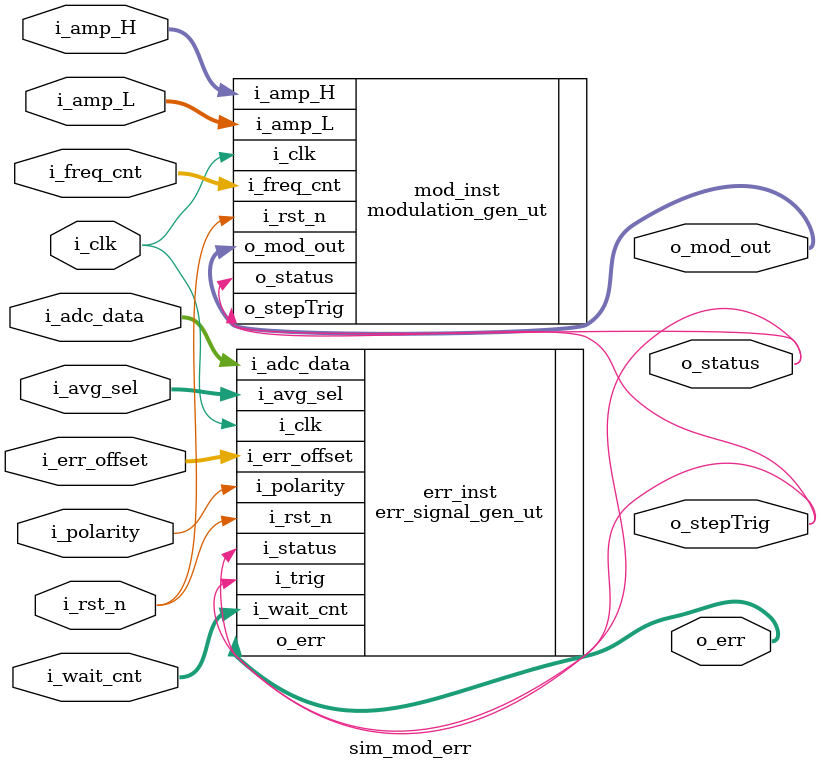
<source format=sv>
module sim_mod_err
#(
    parameter ADC_BIT = 14 // Parameter for ADC bit width
)
(
    // Signals for modulation_gen_ut
    input logic i_clk,
    input logic i_rst_n,
    input logic [31:0] i_freq_cnt,
    input logic signed [31:0] i_amp_H,
    input logic signed [31:0] i_amp_L,
    output logic signed [31:0] o_mod_out,
    output logic o_status,
    output logic o_stepTrig,

    // Signals for err_signal_gen_ut
    input logic i_polarity,
    input logic [31:0] i_wait_cnt,
    input logic signed [31:0] i_err_offset,
    input logic signed [ADC_BIT-1:0] i_adc_data,
    input logic [31:0] i_avg_sel,
    output logic signed [31:0] o_err
);

    // Instantiate modulation_gen_ut
    modulation_gen_ut mod_inst (
        .i_clk(i_clk),
        .i_rst_n(i_rst_n),
        .i_freq_cnt(i_freq_cnt),
        .i_amp_H(i_amp_H),
        .i_amp_L(i_amp_L),
        .o_mod_out(o_mod_out),
        .o_status(o_status),
        .o_stepTrig(o_stepTrig)
    );

    // Instantiate err_signal_gen_ut
    err_signal_gen_ut #(.ADC_BIT(ADC_BIT)) err_inst (
        .i_clk(i_clk),
        .i_rst_n(i_rst_n),
        .i_status(o_status),
        .i_polarity(i_polarity),
        .i_trig(o_stepTrig),
        .i_wait_cnt(i_wait_cnt),
        .i_err_offset(i_err_offset),
        .i_adc_data(i_adc_data),
        .i_avg_sel(i_avg_sel),
        .o_err(o_err)
    );

endmodule

</source>
